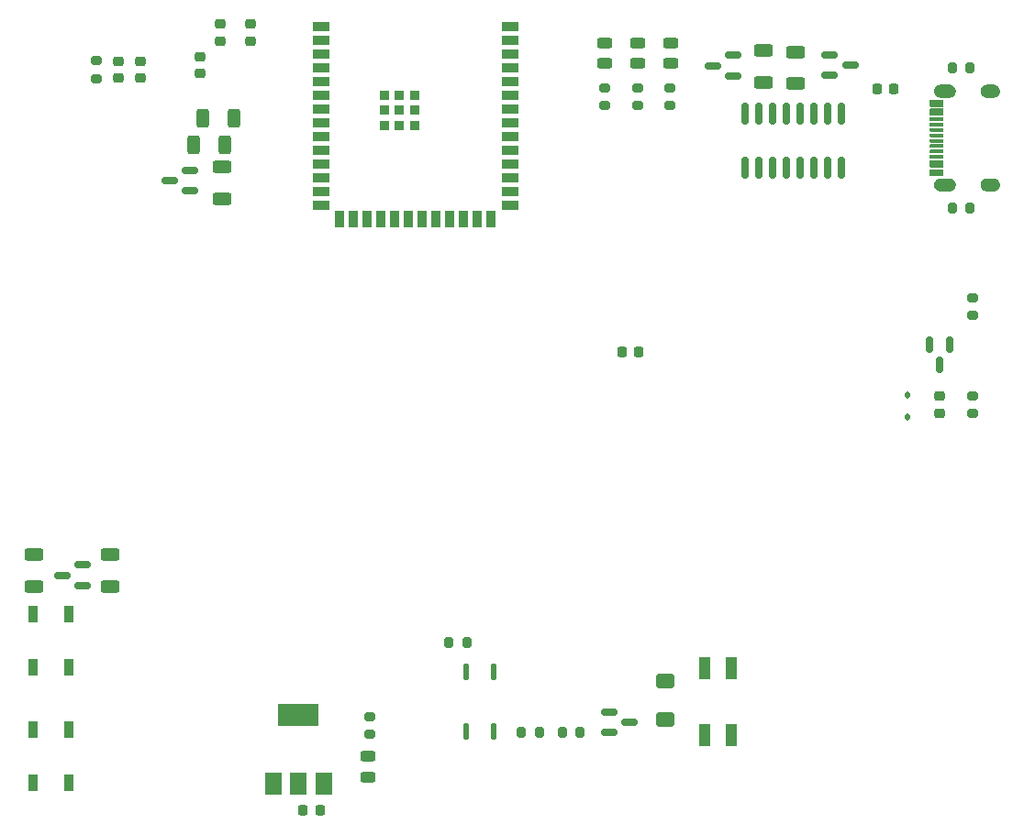
<source format=gbr>
%TF.GenerationSoftware,KiCad,Pcbnew,7.0.6*%
%TF.CreationDate,2023-09-04T20:16:31+02:00*%
%TF.ProjectId,LAS_V2,4c41535f-5632-42e6-9b69-6361645f7063,rev?*%
%TF.SameCoordinates,Original*%
%TF.FileFunction,Paste,Top*%
%TF.FilePolarity,Positive*%
%FSLAX46Y46*%
G04 Gerber Fmt 4.6, Leading zero omitted, Abs format (unit mm)*
G04 Created by KiCad (PCBNEW 7.0.6) date 2023-09-04 20:16:31*
%MOMM*%
%LPD*%
G01*
G04 APERTURE LIST*
G04 Aperture macros list*
%AMRoundRect*
0 Rectangle with rounded corners*
0 $1 Rounding radius*
0 $2 $3 $4 $5 $6 $7 $8 $9 X,Y pos of 4 corners*
0 Add a 4 corners polygon primitive as box body*
4,1,4,$2,$3,$4,$5,$6,$7,$8,$9,$2,$3,0*
0 Add four circle primitives for the rounded corners*
1,1,$1+$1,$2,$3*
1,1,$1+$1,$4,$5*
1,1,$1+$1,$6,$7*
1,1,$1+$1,$8,$9*
0 Add four rect primitives between the rounded corners*
20,1,$1+$1,$2,$3,$4,$5,0*
20,1,$1+$1,$4,$5,$6,$7,0*
20,1,$1+$1,$6,$7,$8,$9,0*
20,1,$1+$1,$8,$9,$2,$3,0*%
G04 Aperture macros list end*
%ADD10O,2.000000X1.200000*%
%ADD11O,1.800000X1.200000*%
%ADD12R,1.300000X0.300000*%
%ADD13RoundRect,0.218750X-0.256250X0.218750X-0.256250X-0.218750X0.256250X-0.218750X0.256250X0.218750X0*%
%ADD14RoundRect,0.250000X0.625000X-0.312500X0.625000X0.312500X-0.625000X0.312500X-0.625000X-0.312500X0*%
%ADD15RoundRect,0.250000X0.312500X0.625000X-0.312500X0.625000X-0.312500X-0.625000X0.312500X-0.625000X0*%
%ADD16RoundRect,0.200000X-0.275000X0.200000X-0.275000X-0.200000X0.275000X-0.200000X0.275000X0.200000X0*%
%ADD17RoundRect,0.150000X-0.587500X-0.150000X0.587500X-0.150000X0.587500X0.150000X-0.587500X0.150000X0*%
%ADD18RoundRect,0.225000X-0.250000X0.225000X-0.250000X-0.225000X0.250000X-0.225000X0.250000X0.225000X0*%
%ADD19RoundRect,0.250000X-0.625000X0.312500X-0.625000X-0.312500X0.625000X-0.312500X0.625000X0.312500X0*%
%ADD20RoundRect,0.243750X-0.456250X0.243750X-0.456250X-0.243750X0.456250X-0.243750X0.456250X0.243750X0*%
%ADD21RoundRect,0.200000X0.200000X0.275000X-0.200000X0.275000X-0.200000X-0.275000X0.200000X-0.275000X0*%
%ADD22RoundRect,0.200000X0.275000X-0.200000X0.275000X0.200000X-0.275000X0.200000X-0.275000X-0.200000X0*%
%ADD23RoundRect,0.150000X-0.150000X0.587500X-0.150000X-0.587500X0.150000X-0.587500X0.150000X0.587500X0*%
%ADD24RoundRect,0.150000X0.587500X0.150000X-0.587500X0.150000X-0.587500X-0.150000X0.587500X-0.150000X0*%
%ADD25RoundRect,0.243750X0.456250X-0.243750X0.456250X0.243750X-0.456250X0.243750X-0.456250X-0.243750X0*%
%ADD26RoundRect,0.225000X-0.225000X-0.250000X0.225000X-0.250000X0.225000X0.250000X-0.225000X0.250000X0*%
%ADD27R,0.900000X1.500000*%
%ADD28R,1.100000X2.000000*%
%ADD29RoundRect,0.137500X0.137500X-0.587500X0.137500X0.587500X-0.137500X0.587500X-0.137500X-0.587500X0*%
%ADD30RoundRect,0.250000X-0.312500X-0.625000X0.312500X-0.625000X0.312500X0.625000X-0.312500X0.625000X0*%
%ADD31RoundRect,0.112500X0.112500X-0.187500X0.112500X0.187500X-0.112500X0.187500X-0.112500X-0.187500X0*%
%ADD32RoundRect,0.200000X-0.200000X-0.275000X0.200000X-0.275000X0.200000X0.275000X-0.200000X0.275000X0*%
%ADD33RoundRect,0.250000X0.600000X-0.400000X0.600000X0.400000X-0.600000X0.400000X-0.600000X-0.400000X0*%
%ADD34R,1.500000X2.000000*%
%ADD35R,3.800000X2.000000*%
%ADD36RoundRect,0.150000X0.150000X-0.825000X0.150000X0.825000X-0.150000X0.825000X-0.150000X-0.825000X0*%
%ADD37R,1.500000X0.900000*%
%ADD38R,0.900000X0.900000*%
G04 APERTURE END LIST*
%TO.C,J7*%
G36*
X197921250Y-83231250D02*
G01*
X196621250Y-83231250D01*
X196621250Y-82931250D01*
X197921250Y-82931250D01*
X197921250Y-83231250D01*
G37*
G36*
X197921250Y-82731250D02*
G01*
X196621250Y-82731250D01*
X196621250Y-82431250D01*
X197921250Y-82431250D01*
X197921250Y-82731250D01*
G37*
G36*
X197921250Y-82231250D02*
G01*
X196621250Y-82231250D01*
X196621250Y-81931250D01*
X197921250Y-81931250D01*
X197921250Y-82231250D01*
G37*
G36*
X197921250Y-81731250D02*
G01*
X196621250Y-81731250D01*
X196621250Y-81431250D01*
X197921250Y-81431250D01*
X197921250Y-81731250D01*
G37*
G36*
X197921250Y-81231250D02*
G01*
X196621250Y-81231250D01*
X196621250Y-80931250D01*
X197921250Y-80931250D01*
X197921250Y-81231250D01*
G37*
G36*
X197921250Y-80731250D02*
G01*
X196621250Y-80731250D01*
X196621250Y-80431250D01*
X197921250Y-80431250D01*
X197921250Y-80731250D01*
G37*
G36*
X197921250Y-80231250D02*
G01*
X196621250Y-80231250D01*
X196621250Y-79931250D01*
X197921250Y-79931250D01*
X197921250Y-80231250D01*
G37*
G36*
X197921250Y-79731250D02*
G01*
X196621250Y-79731250D01*
X196621250Y-79431250D01*
X197921250Y-79431250D01*
X197921250Y-79731250D01*
G37*
G36*
X197921250Y-84531250D02*
G01*
X197921250Y-84831250D01*
X196621250Y-84831250D01*
X196621250Y-84531250D01*
X196621250Y-84231250D01*
X197921250Y-84231250D01*
X197921250Y-84531250D01*
G37*
G36*
X197921250Y-83731250D02*
G01*
X197921250Y-84031250D01*
X196621250Y-84031250D01*
X196621250Y-83731250D01*
X196621250Y-83431250D01*
X197921250Y-83431250D01*
X197921250Y-83731250D01*
G37*
G36*
X197921250Y-78931250D02*
G01*
X197921250Y-79231250D01*
X196621250Y-79231250D01*
X196621250Y-78931250D01*
X196621250Y-78631250D01*
X197921250Y-78631250D01*
X197921250Y-78931250D01*
G37*
G36*
X197921250Y-78131250D02*
G01*
X197921250Y-78431250D01*
X196621250Y-78431250D01*
X196621250Y-78131250D01*
X196621250Y-77831250D01*
X197921250Y-77831250D01*
X197921250Y-78131250D01*
G37*
G36*
X202549250Y-85057250D02*
G01*
X202579250Y-85059250D01*
X202609250Y-85063250D01*
X202638250Y-85068250D01*
X202667250Y-85075250D01*
X202696250Y-85083250D01*
X202724250Y-85092250D01*
X202752250Y-85103250D01*
X202779250Y-85116250D01*
X202806250Y-85129250D01*
X202832250Y-85144250D01*
X202857250Y-85160250D01*
X202881250Y-85178250D01*
X202905250Y-85196250D01*
X202927250Y-85216250D01*
X202949250Y-85237250D01*
X202969250Y-85259250D01*
X202988250Y-85282250D01*
X203006250Y-85306250D01*
X203023250Y-85331250D01*
X203039250Y-85356250D01*
X203053250Y-85382250D01*
X203066250Y-85409250D01*
X203078250Y-85437250D01*
X203088250Y-85465250D01*
X203097250Y-85494250D01*
X203104250Y-85523250D01*
X203110250Y-85552250D01*
X203114250Y-85582250D01*
X203117250Y-85611250D01*
X203119250Y-85641250D01*
X203119250Y-85671250D01*
X203117250Y-85701250D01*
X203114250Y-85731250D01*
X203110250Y-85760250D01*
X203104250Y-85790250D01*
X203097250Y-85819250D01*
X203088250Y-85847250D01*
X203078250Y-85875250D01*
X203066250Y-85903250D01*
X203053250Y-85930250D01*
X203039250Y-85956250D01*
X203023250Y-85982250D01*
X203006250Y-86006250D01*
X202988250Y-86030250D01*
X202969250Y-86053250D01*
X202949250Y-86075250D01*
X202927250Y-86096250D01*
X202905250Y-86116250D01*
X202881250Y-86134250D01*
X202857250Y-86152250D01*
X202832250Y-86168250D01*
X202806250Y-86183250D01*
X202779250Y-86197250D01*
X202752250Y-86209250D01*
X202724250Y-86220250D01*
X202696250Y-86229250D01*
X202667250Y-86238250D01*
X202638250Y-86244250D01*
X202609250Y-86249250D01*
X202579250Y-86253250D01*
X202549250Y-86255250D01*
X202519250Y-86256250D01*
X201919250Y-86256250D01*
X201889250Y-86255250D01*
X201859250Y-86253250D01*
X201830250Y-86249250D01*
X201800250Y-86244250D01*
X201771250Y-86238250D01*
X201742250Y-86229250D01*
X201714250Y-86220250D01*
X201686250Y-86209250D01*
X201659250Y-86197250D01*
X201632250Y-86183250D01*
X201606250Y-86168250D01*
X201581250Y-86152250D01*
X201557250Y-86134250D01*
X201533250Y-86116250D01*
X201511250Y-86096250D01*
X201490250Y-86075250D01*
X201469250Y-86053250D01*
X201450250Y-86030250D01*
X201432250Y-86006250D01*
X201415250Y-85982250D01*
X201400250Y-85956250D01*
X201385250Y-85930250D01*
X201372250Y-85903250D01*
X201361250Y-85875250D01*
X201350250Y-85847250D01*
X201342250Y-85819250D01*
X201334250Y-85790250D01*
X201328250Y-85760250D01*
X201324250Y-85731250D01*
X201321250Y-85701250D01*
X201319250Y-85671250D01*
X201319250Y-85641250D01*
X201321250Y-85611250D01*
X201324250Y-85582250D01*
X201328250Y-85552250D01*
X201334250Y-85523250D01*
X201342250Y-85494250D01*
X201350250Y-85465250D01*
X201361250Y-85437250D01*
X201372250Y-85409250D01*
X201385250Y-85382250D01*
X201400250Y-85356250D01*
X201415250Y-85331250D01*
X201432250Y-85306250D01*
X201450250Y-85282250D01*
X201469250Y-85259250D01*
X201490250Y-85237250D01*
X201511250Y-85216250D01*
X201533250Y-85196250D01*
X201557250Y-85178250D01*
X201581250Y-85160250D01*
X201606250Y-85144250D01*
X201632250Y-85129250D01*
X201659250Y-85116250D01*
X201686250Y-85103250D01*
X201714250Y-85092250D01*
X201742250Y-85083250D01*
X201771250Y-85075250D01*
X201800250Y-85068250D01*
X201830250Y-85063250D01*
X201859250Y-85059250D01*
X201889250Y-85057250D01*
X201919250Y-85056250D01*
X202519250Y-85056250D01*
X202549250Y-85057250D01*
G37*
G36*
X198469250Y-85057250D02*
G01*
X198499250Y-85059250D01*
X198529250Y-85063250D01*
X198558250Y-85068250D01*
X198587250Y-85075250D01*
X198616250Y-85083250D01*
X198644250Y-85092250D01*
X198672250Y-85103250D01*
X198700250Y-85116250D01*
X198726250Y-85129250D01*
X198752250Y-85144250D01*
X198777250Y-85160250D01*
X198801250Y-85178250D01*
X198825250Y-85196250D01*
X198847250Y-85216250D01*
X198869250Y-85237250D01*
X198889250Y-85259250D01*
X198908250Y-85282250D01*
X198926250Y-85306250D01*
X198943250Y-85331250D01*
X198959250Y-85356250D01*
X198973250Y-85382250D01*
X198986250Y-85409250D01*
X198998250Y-85437250D01*
X199008250Y-85465250D01*
X199017250Y-85494250D01*
X199024250Y-85523250D01*
X199030250Y-85552250D01*
X199035250Y-85582250D01*
X199038250Y-85611250D01*
X199039250Y-85641250D01*
X199039250Y-85671250D01*
X199038250Y-85701250D01*
X199035250Y-85731250D01*
X199030250Y-85760250D01*
X199024250Y-85790250D01*
X199017250Y-85819250D01*
X199008250Y-85847250D01*
X198998250Y-85875250D01*
X198986250Y-85903250D01*
X198973250Y-85930250D01*
X198959250Y-85956250D01*
X198943250Y-85982250D01*
X198926250Y-86006250D01*
X198908250Y-86030250D01*
X198889250Y-86053250D01*
X198869250Y-86075250D01*
X198847250Y-86096250D01*
X198825250Y-86116250D01*
X198801250Y-86134250D01*
X198777250Y-86152250D01*
X198752250Y-86168250D01*
X198726250Y-86183250D01*
X198700250Y-86197250D01*
X198672250Y-86209250D01*
X198644250Y-86220250D01*
X198616250Y-86229250D01*
X198587250Y-86238250D01*
X198558250Y-86244250D01*
X198529250Y-86249250D01*
X198499250Y-86253250D01*
X198469250Y-86255250D01*
X198439250Y-86256250D01*
X197639250Y-86256250D01*
X197609250Y-86255250D01*
X197579250Y-86253250D01*
X197550250Y-86249250D01*
X197520250Y-86244250D01*
X197491250Y-86238250D01*
X197462250Y-86229250D01*
X197434250Y-86220250D01*
X197406250Y-86209250D01*
X197379250Y-86197250D01*
X197352250Y-86183250D01*
X197326250Y-86168250D01*
X197301250Y-86152250D01*
X197277250Y-86134250D01*
X197254250Y-86116250D01*
X197231250Y-86096250D01*
X197210250Y-86075250D01*
X197189250Y-86053250D01*
X197170250Y-86030250D01*
X197152250Y-86006250D01*
X197135250Y-85982250D01*
X197120250Y-85956250D01*
X197105250Y-85930250D01*
X197092250Y-85903250D01*
X197081250Y-85875250D01*
X197070250Y-85847250D01*
X197062250Y-85819250D01*
X197054250Y-85790250D01*
X197048250Y-85760250D01*
X197044250Y-85731250D01*
X197041250Y-85701250D01*
X197039250Y-85671250D01*
X197039250Y-85641250D01*
X197041250Y-85611250D01*
X197044250Y-85582250D01*
X197048250Y-85552250D01*
X197054250Y-85523250D01*
X197062250Y-85494250D01*
X197070250Y-85465250D01*
X197081250Y-85437250D01*
X197092250Y-85409250D01*
X197105250Y-85382250D01*
X197120250Y-85356250D01*
X197135250Y-85331250D01*
X197152250Y-85306250D01*
X197170250Y-85282250D01*
X197189250Y-85259250D01*
X197210250Y-85237250D01*
X197231250Y-85216250D01*
X197254250Y-85196250D01*
X197277250Y-85178250D01*
X197301250Y-85160250D01*
X197326250Y-85144250D01*
X197352250Y-85129250D01*
X197379250Y-85116250D01*
X197406250Y-85103250D01*
X197434250Y-85092250D01*
X197462250Y-85083250D01*
X197491250Y-85075250D01*
X197520250Y-85068250D01*
X197550250Y-85063250D01*
X197579250Y-85059250D01*
X197609250Y-85057250D01*
X197639250Y-85056250D01*
X198439250Y-85056250D01*
X198469250Y-85057250D01*
G37*
G36*
X198469250Y-76407250D02*
G01*
X198499250Y-76409250D01*
X198529250Y-76413250D01*
X198558250Y-76418250D01*
X198587250Y-76424250D01*
X198616250Y-76433250D01*
X198644250Y-76442250D01*
X198672250Y-76453250D01*
X198700250Y-76465250D01*
X198726250Y-76479250D01*
X198752250Y-76494250D01*
X198777250Y-76510250D01*
X198801250Y-76528250D01*
X198825250Y-76546250D01*
X198847250Y-76566250D01*
X198869250Y-76587250D01*
X198889250Y-76609250D01*
X198908250Y-76632250D01*
X198926250Y-76656250D01*
X198943250Y-76680250D01*
X198959250Y-76706250D01*
X198973250Y-76732250D01*
X198986250Y-76759250D01*
X198998250Y-76787250D01*
X199008250Y-76815250D01*
X199017250Y-76843250D01*
X199024250Y-76872250D01*
X199030250Y-76902250D01*
X199035250Y-76931250D01*
X199038250Y-76961250D01*
X199039250Y-76991250D01*
X199039250Y-77021250D01*
X199038250Y-77051250D01*
X199035250Y-77080250D01*
X199030250Y-77110250D01*
X199024250Y-77139250D01*
X199017250Y-77168250D01*
X199008250Y-77197250D01*
X198998250Y-77225250D01*
X198986250Y-77253250D01*
X198973250Y-77280250D01*
X198959250Y-77306250D01*
X198943250Y-77331250D01*
X198926250Y-77356250D01*
X198908250Y-77380250D01*
X198889250Y-77403250D01*
X198869250Y-77425250D01*
X198847250Y-77446250D01*
X198825250Y-77466250D01*
X198801250Y-77484250D01*
X198777250Y-77502250D01*
X198752250Y-77518250D01*
X198726250Y-77533250D01*
X198700250Y-77546250D01*
X198672250Y-77559250D01*
X198644250Y-77570250D01*
X198616250Y-77579250D01*
X198587250Y-77587250D01*
X198558250Y-77594250D01*
X198529250Y-77599250D01*
X198499250Y-77603250D01*
X198469250Y-77605250D01*
X198439250Y-77606250D01*
X197639250Y-77606250D01*
X197609250Y-77605250D01*
X197579250Y-77603250D01*
X197550250Y-77599250D01*
X197520250Y-77594250D01*
X197491250Y-77587250D01*
X197462250Y-77579250D01*
X197434250Y-77570250D01*
X197406250Y-77559250D01*
X197379250Y-77546250D01*
X197352250Y-77533250D01*
X197326250Y-77518250D01*
X197301250Y-77502250D01*
X197277250Y-77484250D01*
X197254250Y-77466250D01*
X197231250Y-77446250D01*
X197210250Y-77425250D01*
X197189250Y-77403250D01*
X197170250Y-77380250D01*
X197152250Y-77356250D01*
X197135250Y-77331250D01*
X197120250Y-77306250D01*
X197105250Y-77280250D01*
X197092250Y-77253250D01*
X197081250Y-77225250D01*
X197070250Y-77197250D01*
X197062250Y-77168250D01*
X197054250Y-77139250D01*
X197048250Y-77110250D01*
X197044250Y-77080250D01*
X197041250Y-77051250D01*
X197039250Y-77021250D01*
X197039250Y-76991250D01*
X197041250Y-76961250D01*
X197044250Y-76931250D01*
X197048250Y-76902250D01*
X197054250Y-76872250D01*
X197062250Y-76843250D01*
X197070250Y-76815250D01*
X197081250Y-76787250D01*
X197092250Y-76759250D01*
X197105250Y-76732250D01*
X197120250Y-76706250D01*
X197135250Y-76680250D01*
X197152250Y-76656250D01*
X197170250Y-76632250D01*
X197189250Y-76609250D01*
X197210250Y-76587250D01*
X197231250Y-76566250D01*
X197254250Y-76546250D01*
X197277250Y-76528250D01*
X197301250Y-76510250D01*
X197326250Y-76494250D01*
X197352250Y-76479250D01*
X197379250Y-76465250D01*
X197406250Y-76453250D01*
X197434250Y-76442250D01*
X197462250Y-76433250D01*
X197491250Y-76424250D01*
X197520250Y-76418250D01*
X197550250Y-76413250D01*
X197579250Y-76409250D01*
X197609250Y-76407250D01*
X197639250Y-76406250D01*
X198439250Y-76406250D01*
X198469250Y-76407250D01*
G37*
G36*
X202549250Y-76407250D02*
G01*
X202579250Y-76409250D01*
X202609250Y-76413250D01*
X202638250Y-76418250D01*
X202667250Y-76424250D01*
X202696250Y-76433250D01*
X202724250Y-76442250D01*
X202752250Y-76453250D01*
X202779250Y-76465250D01*
X202806250Y-76479250D01*
X202832250Y-76494250D01*
X202857250Y-76510250D01*
X202881250Y-76528250D01*
X202905250Y-76546250D01*
X202927250Y-76566250D01*
X202949250Y-76587250D01*
X202969250Y-76609250D01*
X202988250Y-76632250D01*
X203006250Y-76656250D01*
X203023250Y-76680250D01*
X203039250Y-76706250D01*
X203053250Y-76732250D01*
X203066250Y-76759250D01*
X203078250Y-76787250D01*
X203088250Y-76815250D01*
X203097250Y-76843250D01*
X203104250Y-76872250D01*
X203110250Y-76902250D01*
X203114250Y-76931250D01*
X203117250Y-76961250D01*
X203119250Y-76991250D01*
X203119250Y-77021250D01*
X203117250Y-77051250D01*
X203114250Y-77080250D01*
X203110250Y-77110250D01*
X203104250Y-77139250D01*
X203097250Y-77168250D01*
X203088250Y-77197250D01*
X203078250Y-77225250D01*
X203066250Y-77253250D01*
X203053250Y-77280250D01*
X203039250Y-77306250D01*
X203023250Y-77331250D01*
X203006250Y-77356250D01*
X202988250Y-77380250D01*
X202969250Y-77403250D01*
X202949250Y-77425250D01*
X202927250Y-77446250D01*
X202905250Y-77466250D01*
X202881250Y-77484250D01*
X202857250Y-77502250D01*
X202832250Y-77518250D01*
X202806250Y-77533250D01*
X202779250Y-77546250D01*
X202752250Y-77559250D01*
X202724250Y-77570250D01*
X202696250Y-77579250D01*
X202667250Y-77587250D01*
X202638250Y-77594250D01*
X202609250Y-77599250D01*
X202579250Y-77603250D01*
X202549250Y-77605250D01*
X202519250Y-77606250D01*
X201919250Y-77606250D01*
X201889250Y-77605250D01*
X201859250Y-77603250D01*
X201830250Y-77599250D01*
X201800250Y-77594250D01*
X201771250Y-77587250D01*
X201742250Y-77579250D01*
X201714250Y-77570250D01*
X201686250Y-77559250D01*
X201659250Y-77546250D01*
X201632250Y-77533250D01*
X201606250Y-77518250D01*
X201581250Y-77502250D01*
X201557250Y-77484250D01*
X201533250Y-77466250D01*
X201511250Y-77446250D01*
X201490250Y-77425250D01*
X201469250Y-77403250D01*
X201450250Y-77380250D01*
X201432250Y-77356250D01*
X201415250Y-77331250D01*
X201400250Y-77306250D01*
X201385250Y-77280250D01*
X201372250Y-77253250D01*
X201361250Y-77225250D01*
X201350250Y-77197250D01*
X201342250Y-77168250D01*
X201334250Y-77139250D01*
X201328250Y-77110250D01*
X201324250Y-77080250D01*
X201321250Y-77051250D01*
X201319250Y-77021250D01*
X201319250Y-76991250D01*
X201321250Y-76961250D01*
X201324250Y-76931250D01*
X201328250Y-76902250D01*
X201334250Y-76872250D01*
X201342250Y-76843250D01*
X201350250Y-76815250D01*
X201361250Y-76787250D01*
X201372250Y-76759250D01*
X201385250Y-76732250D01*
X201400250Y-76706250D01*
X201415250Y-76680250D01*
X201432250Y-76656250D01*
X201450250Y-76632250D01*
X201469250Y-76609250D01*
X201490250Y-76587250D01*
X201511250Y-76566250D01*
X201533250Y-76546250D01*
X201557250Y-76528250D01*
X201581250Y-76510250D01*
X201606250Y-76494250D01*
X201632250Y-76479250D01*
X201659250Y-76465250D01*
X201686250Y-76453250D01*
X201714250Y-76442250D01*
X201742250Y-76433250D01*
X201771250Y-76424250D01*
X201800250Y-76418250D01*
X201830250Y-76413250D01*
X201859250Y-76409250D01*
X201889250Y-76407250D01*
X201919250Y-76406250D01*
X202519250Y-76406250D01*
X202549250Y-76407250D01*
G37*
%TD*%
D10*
%TO.C,J7*%
X198039250Y-85656250D03*
X198039250Y-77006250D03*
D11*
X202219250Y-77006250D03*
X202219250Y-85656250D03*
D12*
X197271250Y-84681250D03*
X197271250Y-83881250D03*
X197271250Y-82581250D03*
X197271250Y-81581250D03*
X197271250Y-81081250D03*
X197271250Y-80081250D03*
X197271250Y-78781250D03*
X197271250Y-77981250D03*
X197271250Y-78281250D03*
X197271250Y-79081250D03*
X197271250Y-79581250D03*
X197271250Y-80581250D03*
X197271250Y-82081250D03*
X197271250Y-83081250D03*
X197271250Y-83581250D03*
X197271250Y-84381250D03*
%TD*%
D13*
%TO.C,D6*%
X197527000Y-105187500D03*
X197527000Y-106762500D03*
%TD*%
D14*
%TO.C,R26*%
X131310000Y-86932500D03*
X131310000Y-84007500D03*
%TD*%
D15*
%TO.C,R27*%
X131612500Y-81970000D03*
X128687500Y-81970000D03*
%TD*%
D16*
%TO.C,R12*%
X119780000Y-74200000D03*
X119780000Y-75850000D03*
%TD*%
D17*
%TO.C,Q4*%
X167062500Y-134350000D03*
X167062500Y-136250000D03*
X168937500Y-135300000D03*
%TD*%
D18*
%TO.C,C1*%
X123800000Y-74250000D03*
X123800000Y-75800000D03*
%TD*%
D14*
%TO.C,R13*%
X181293750Y-76193750D03*
X181293750Y-73268750D03*
%TD*%
D18*
%TO.C,C5*%
X129300000Y-73800000D03*
X129300000Y-75350000D03*
%TD*%
D19*
%TO.C,R29*%
X113975000Y-119812500D03*
X113975000Y-122737500D03*
%TD*%
D20*
%TO.C,D3*%
X169675000Y-72525000D03*
X169675000Y-74400000D03*
%TD*%
%TO.C,D5*%
X172715000Y-72525000D03*
X172715000Y-74400000D03*
%TD*%
D21*
%TO.C,R24*%
X153925000Y-127900000D03*
X152275000Y-127900000D03*
%TD*%
D22*
%TO.C,R5*%
X166675000Y-78350000D03*
X166675000Y-76700000D03*
%TD*%
D21*
%TO.C,R10*%
X200368750Y-87831250D03*
X198718750Y-87831250D03*
%TD*%
D23*
%TO.C,Q1*%
X198477000Y-100417000D03*
X196577000Y-100417000D03*
X197527000Y-102292000D03*
%TD*%
D24*
%TO.C,Q2*%
X178481250Y-75593750D03*
X178481250Y-73693750D03*
X176606250Y-74643750D03*
%TD*%
D18*
%TO.C,C9*%
X121780000Y-74250000D03*
X121780000Y-75800000D03*
%TD*%
D25*
%TO.C,D1*%
X144800000Y-140337500D03*
X144800000Y-138462500D03*
%TD*%
D21*
%TO.C,R21*%
X160618500Y-136189000D03*
X158968500Y-136189000D03*
%TD*%
D26*
%TO.C,C2*%
X168225000Y-101100000D03*
X169775000Y-101100000D03*
%TD*%
D22*
%TO.C,R8*%
X200575000Y-106800000D03*
X200575000Y-105150000D03*
%TD*%
D27*
%TO.C,D4*%
X113900000Y-130200000D03*
X117200000Y-130200000D03*
X117200000Y-125300000D03*
X113900000Y-125300000D03*
%TD*%
D21*
%TO.C,R11*%
X200368750Y-74831250D03*
X198718750Y-74831250D03*
%TD*%
D16*
%TO.C,R9*%
X200600000Y-96075000D03*
X200600000Y-97725000D03*
%TD*%
D28*
%TO.C,D8*%
X178294500Y-130295000D03*
X175894500Y-130295000D03*
X175894500Y-136495000D03*
X178294500Y-136495000D03*
%TD*%
D29*
%TO.C,U5*%
X153824500Y-136145000D03*
X156364500Y-136145000D03*
X156364500Y-130645000D03*
X153824500Y-130645000D03*
%TD*%
D14*
%TO.C,R28*%
X121037500Y-122737500D03*
X121037500Y-119812500D03*
%TD*%
D30*
%TO.C,R2*%
X129537500Y-79500000D03*
X132462500Y-79500000D03*
%TD*%
D27*
%TO.C,D9*%
X113900000Y-140900000D03*
X117200000Y-140900000D03*
X117200000Y-136000000D03*
X113900000Y-136000000D03*
%TD*%
D16*
%TO.C,R4*%
X145000000Y-134775000D03*
X145000000Y-136425000D03*
%TD*%
D31*
%TO.C,D7*%
X194606000Y-107145000D03*
X194606000Y-105045000D03*
%TD*%
D17*
%TO.C,Q3*%
X187418750Y-73631250D03*
X187418750Y-75531250D03*
X189293750Y-74581250D03*
%TD*%
D24*
%TO.C,Q6*%
X118475000Y-122675000D03*
X118475000Y-120775000D03*
X116600000Y-121725000D03*
%TD*%
D32*
%TO.C,R20*%
X162714500Y-136189000D03*
X164364500Y-136189000D03*
%TD*%
D18*
%TO.C,C4*%
X131135000Y-70825000D03*
X131135000Y-72375000D03*
%TD*%
D33*
%TO.C,D11*%
X172239500Y-135018000D03*
X172239500Y-131518000D03*
%TD*%
D18*
%TO.C,C3*%
X134000000Y-70825000D03*
X134000000Y-72375000D03*
%TD*%
D34*
%TO.C,U2*%
X136100000Y-140950000D03*
X138400000Y-140950000D03*
D35*
X138400000Y-134650000D03*
D34*
X140700000Y-140950000D03*
%TD*%
D14*
%TO.C,R14*%
X184293750Y-76293750D03*
X184293750Y-73368750D03*
%TD*%
D20*
%TO.C,D2*%
X166635000Y-72525000D03*
X166635000Y-74400000D03*
%TD*%
D36*
%TO.C,U3*%
X179598750Y-84056250D03*
X180868750Y-84056250D03*
X182138750Y-84056250D03*
X183408750Y-84056250D03*
X184678750Y-84056250D03*
X185948750Y-84056250D03*
X187218750Y-84056250D03*
X188488750Y-84056250D03*
X188488750Y-79106250D03*
X187218750Y-79106250D03*
X185948750Y-79106250D03*
X184678750Y-79106250D03*
X183408750Y-79106250D03*
X182138750Y-79106250D03*
X180868750Y-79106250D03*
X179598750Y-79106250D03*
%TD*%
D26*
%TO.C,C7*%
X191768750Y-76831250D03*
X193318750Y-76831250D03*
%TD*%
D37*
%TO.C,U1*%
X140450000Y-71060000D03*
X140450000Y-72330000D03*
X140450000Y-73600000D03*
X140450000Y-74870000D03*
X140450000Y-76140000D03*
X140450000Y-77410000D03*
X140450000Y-78680000D03*
X140450000Y-79950000D03*
X140450000Y-81220000D03*
X140450000Y-82490000D03*
X140450000Y-83760000D03*
X140450000Y-85030000D03*
X140450000Y-86300000D03*
X140450000Y-87570000D03*
D27*
X142215000Y-88820000D03*
X143485000Y-88820000D03*
X144755000Y-88820000D03*
X146025000Y-88820000D03*
X147295000Y-88820000D03*
X148565000Y-88820000D03*
X149835000Y-88820000D03*
X151105000Y-88820000D03*
X152375000Y-88820000D03*
X153645000Y-88820000D03*
X154915000Y-88820000D03*
X156185000Y-88820000D03*
D37*
X157950000Y-87570000D03*
X157950000Y-86300000D03*
X157950000Y-85030000D03*
X157950000Y-83760000D03*
X157950000Y-82490000D03*
X157950000Y-81220000D03*
X157950000Y-79950000D03*
X157950000Y-78680000D03*
X157950000Y-77410000D03*
X157950000Y-76140000D03*
X157950000Y-74870000D03*
X157950000Y-73600000D03*
X157950000Y-72330000D03*
X157950000Y-71060000D03*
D38*
X146300000Y-77380000D03*
X146300000Y-78780000D03*
X146300000Y-80180000D03*
X146300000Y-80180000D03*
X147700000Y-77380000D03*
X147700000Y-77380000D03*
X147700000Y-78780000D03*
X147700000Y-80180000D03*
X149100000Y-77380000D03*
X149100000Y-78780000D03*
X149100000Y-80180000D03*
%TD*%
D24*
%TO.C,Q5*%
X128375000Y-86220000D03*
X128375000Y-84320000D03*
X126500000Y-85270000D03*
%TD*%
D26*
%TO.C,C6*%
X138825000Y-143400000D03*
X140375000Y-143400000D03*
%TD*%
D22*
%TO.C,R6*%
X169675000Y-78350000D03*
X169675000Y-76700000D03*
%TD*%
%TO.C,R7*%
X172675000Y-78350000D03*
X172675000Y-76700000D03*
%TD*%
M02*

</source>
